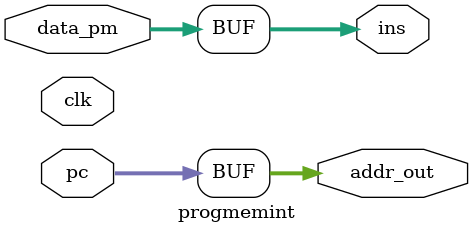
<source format=v>
module progmemint(clk, addr_out, pc, data_pm, ins);
	input clk;
	input [7:0] pc; // dari PC(CU) ke PMI
	input [7:0] data_pm; // dari PM ke PMI
	output [7:0] ins, addr_out; // ins = PMI ke CU, addr_out = dari PMI ke PM

	assign addr_out 	= pc;
	assign ins 			= data_pm;
endmodule
</source>
